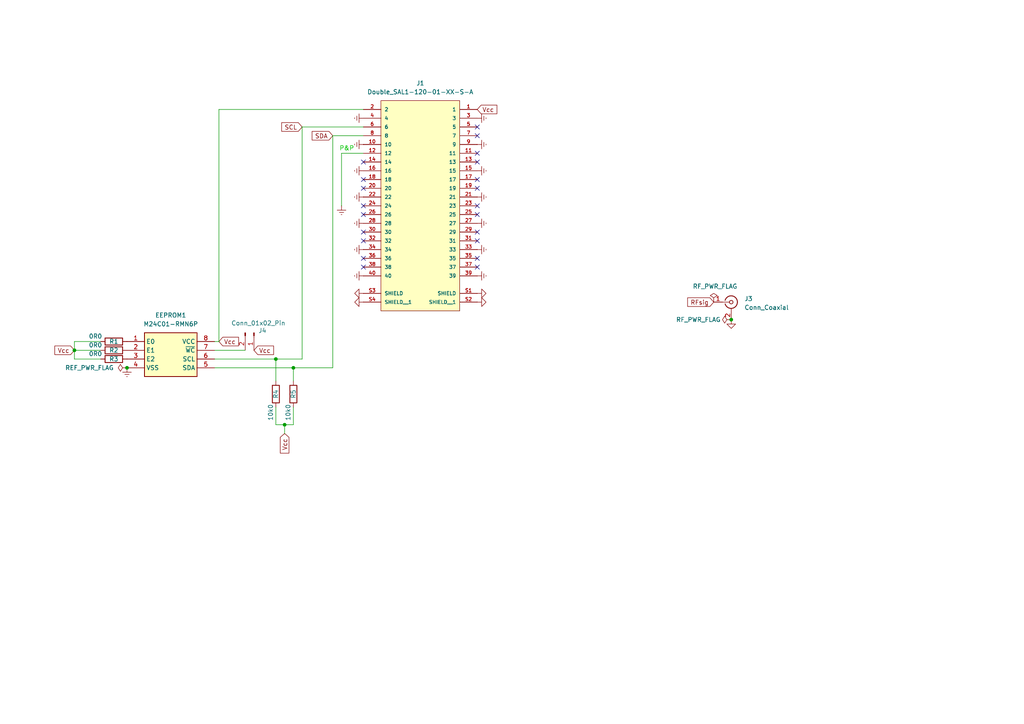
<source format=kicad_sch>
(kicad_sch (version 20250114) (generator "eeschema") (generator_version "9.0")
  (paper "A4")
  (lib_symbols
    (symbol "Connector:Conn_01x02_Pin" (pin_names (offset 1.016) (hide yes))
      (property "Reference" "J" (at 0 2.54 0))
      (property "Value" "Conn_01x02_Pin" (at 0 -5.08 0))
      (symbol "Conn_01x02_Pin_1_1"
        (rectangle (start 0.8636 0.127) (end 0 -0.127) (stroke (width 0.1524)) (fill (type outline)))
        (rectangle (start 0.8636 -2.413) (end 0 -2.667) (stroke (width 0.1524)) (fill (type outline)))
        (polyline (pts (xy 1.27 0) (xy 0.8636 0)) (stroke (width 0.1524)))
        (polyline (pts (xy 1.27 -2.54) (xy 0.8636 -2.54)) (stroke (width 0.1524)))
        (pin passive line (at 5.08 0 180) (length 3.81) (name "Pin_1") (number "1"))
        (pin passive line (at 5.08 -2.54 180) (length 3.81) (name "Pin_2") (number "2"))
      )
    )
    (symbol "Connector:Conn_Coaxial" (pin_names (offset 1.016) (hide yes))
      (property "Reference" "J" (at 0.254 3.048 0))
      (property "Value" "Conn_Coaxial" (at 2.921 0 90))
      (symbol "Conn_Coaxial_0_1"
        (polyline (pts (xy -2.54 0) (xy -0.508 0)))
        (arc (start 1.778 0) (mid 0.222 -1.8079) (end -1.778 -0.508) (stroke (width 0.254)))
        (arc (start -1.778 0.508) (mid 0.2221 1.8084) (end 1.778 0) (stroke (width 0.254)))
        (circle (center 0 0) (radius 0.508) (stroke (width 0.2032)))
        (polyline (pts (xy 0 -2.54) (xy 0 -1.778)))
      )
      (symbol "Conn_Coaxial_1_1"
        (pin passive line (at -5.08 0 0) (length 2.54) (name "In") (number "1"))
        (pin passive line (at 0 -5.08 90) (length 2.54) (name "Ext") (number "2"))
      )
    )
    (symbol "Device:R" (pin_numbers (hide yes)) (pin_names (offset 0))
      (property "Reference" "R" (at 2.032 0 90))
      (property "Value" "R" (at 0 0 90))
      (symbol "R_0_1"
        (rectangle (start -1.016 -2.54) (end 1.016 2.54) (stroke (width 0.254)))
      )
      (symbol "R_1_1"
        (pin passive line (at 0 3.81 270) (length 1.27) (name "~") (number "1"))
        (pin passive line (at 0 -3.81 90) (length 1.27) (name "~") (number "2"))
      )
    )
    (symbol "SAL1-120:Double_SAL1-120-01-XX-S-A" (pin_names (offset 1.016))
      (property "Reference" "J" (at -5.08 31.242 0))
      (property "Value" "Double_SAL1-120-01-XX-S-A" (at -15.748 -37.338 0))
      (symbol "Double_SAL1-120-01-XX-S-A_0_0"
        (rectangle (start -5.08 30.48) (end 17.78 -30.48) (stroke (width 0.1524)) (fill (type background)))
        (pin passive line (at -10.16 -25.4 0) (length 5.08) (name "SHIELD") (number "S1"))
        (pin passive line (at -10.16 -27.94 0) (length 5.08) (name "SHIELD__1") (number "S2"))
        (pin passive line (at 22.86 27.94 180) (length 5.08) (name "2") (number "2"))
        (pin passive line (at 22.86 25.4 180) (length 5.08) (name "4") (number "4"))
        (pin passive line (at 22.86 22.86 180) (length 5.08) (name "6") (number "6"))
        (pin passive line (at 22.86 20.32 180) (length 5.08) (name "8") (number "8"))
        (pin passive line (at 22.86 17.78 180) (length 5.08) (name "10") (number "10"))
        (pin passive line (at 22.86 15.24 180) (length 5.08) (name "12") (number "12"))
        (pin passive line (at 22.86 12.7 180) (length 5.08) (name "14") (number "14"))
        (pin passive line (at 22.86 10.16 180) (length 5.08) (name "16") (number "16"))
        (pin passive line (at 22.86 7.62 180) (length 5.08) (name "18") (number "18"))
        (pin passive line (at 22.86 5.08 180) (length 5.08) (name "20") (number "20"))
        (pin passive line (at 22.86 2.54 180) (length 5.08) (name "22") (number "22"))
        (pin passive line (at 22.86 0 180) (length 5.08) (name "24") (number "24"))
        (pin passive line (at 22.86 -2.54 180) (length 5.08) (name "26") (number "26"))
        (pin passive line (at 22.86 -5.08 180) (length 5.08) (name "28") (number "28"))
        (pin passive line (at 22.86 -7.62 180) (length 5.08) (name "30") (number "30"))
        (pin passive line (at 22.86 -10.16 180) (length 5.08) (name "32") (number "32"))
        (pin passive line (at 22.86 -12.7 180) (length 5.08) (name "34") (number "34"))
        (pin passive line (at 22.86 -15.24 180) (length 5.08) (name "36") (number "36"))
        (pin passive line (at 22.86 -17.78 180) (length 5.08) (name "38") (number "38"))
        (pin passive line (at 22.86 -20.32 180) (length 5.08) (name "40") (number "40"))
      )
      (symbol "Double_SAL1-120-01-XX-S-A_1_0"
        (pin passive line (at -10.16 27.94 0) (length 5.08) (name "1") (number "1"))
        (pin passive line (at -10.16 25.4 0) (length 5.08) (name "3") (number "3"))
        (pin passive line (at -10.16 22.86 0) (length 5.08) (name "5") (number "5"))
        (pin passive line (at -10.16 20.32 0) (length 5.08) (name "7") (number "7"))
        (pin passive line (at -10.16 17.78 0) (length 5.08) (name "9") (number "9"))
        (pin passive line (at -10.16 15.24 0) (length 5.08) (name "11") (number "11"))
        (pin passive line (at -10.16 12.7 0) (length 5.08) (name "13") (number "13"))
        (pin passive line (at -10.16 10.16 0) (length 5.08) (name "15") (number "15"))
        (pin passive line (at -10.16 7.62 0) (length 5.08) (name "17") (number "17"))
        (pin passive line (at -10.16 5.08 0) (length 5.08) (name "19") (number "19"))
        (pin passive line (at -10.16 2.54 0) (length 5.08) (name "21") (number "21"))
        (pin passive line (at -10.16 0 0) (length 5.08) (name "23") (number "23"))
        (pin passive line (at -10.16 -2.54 0) (length 5.08) (name "25") (number "25"))
        (pin passive line (at -10.16 -5.08 0) (length 5.08) (name "27") (number "27"))
        (pin passive line (at -10.16 -7.62 0) (length 5.08) (name "29") (number "29"))
        (pin passive line (at -10.16 -10.16 0) (length 5.08) (name "31") (number "31"))
        (pin passive line (at -10.16 -12.7 0) (length 5.08) (name "33") (number "33"))
        (pin passive line (at -10.16 -15.24 0) (length 5.08) (name "35") (number "35"))
        (pin passive line (at -10.16 -17.78 0) (length 5.08) (name "37") (number "37"))
        (pin passive line (at -10.16 -20.32 0) (length 5.08) (name "39") (number "39"))
        (pin passive line (at 22.86 -25.4 180) (length 5.08) (name "SHIELD") (number "S3"))
        (pin passive line (at 22.86 -27.94 180) (length 5.08) (name "SHIELD__1") (number "S4"))
      )
    )
    (symbol "SOIC-8_EEPROM:M24C01-RMN6P"
      (property "Reference" "IC" (at 21.59 7.62 0))
      (property "Value" "M24C01-RMN6P" (at 21.59 5.08 0))
      (symbol "M24C01-RMN6P_1_1"
        (rectangle (start 5.08 2.54) (end 20.32 -10.16) (stroke (width 0.254)) (fill (type background)))
        (pin passive line (at 0 0 0) (length 5.08) (name "E0") (number "1"))
        (pin passive line (at 0 -2.54 0) (length 5.08) (name "E1") (number "2"))
        (pin passive line (at 0 -5.08 0) (length 5.08) (name "E2") (number "3"))
        (pin passive line (at 0 -7.62 0) (length 5.08) (name "VSS") (number "4"))
        (pin passive line (at 25.4 0 180) (length 5.08) (name "VCC") (number "8"))
        (pin passive line (at 25.4 -2.54 180) (length 5.08) (name "~{WC}") (number "7"))
        (pin passive line (at 25.4 -5.08 180) (length 5.08) (name "SCL") (number "6"))
        (pin passive line (at 25.4 -7.62 180) (length 5.08) (name "SDA") (number "5"))
      )
    )
    (symbol "power:GND" (power) (pin_numbers (hide yes)) (pin_names (offset 0) (hide yes))
      (property "Value" "GND" (at 0 -3.81 0))
      (symbol "GND_0_1"
        (polyline (pts (xy 0 0) (xy 0 -1.27) (xy 1.27 -1.27) (xy 0 -2.54) (xy -1.27 -1.27) (xy 0 -1.27)))
      )
      (symbol "GND_1_1"
        (pin power_in line (at 0 0 270) (length 0) (name "~") (number "1"))
      )
    )
    (symbol "power:GNDREF" (power) (pin_numbers (hide yes)) (pin_names (offset 0) (hide yes))
      (property "Value" "GNDREF" (at 0 -3.81 0))
      (symbol "GNDREF_0_1"
        (polyline (pts (xy -0.635 -1.905) (xy 0.635 -1.905)))
        (polyline (pts (xy -0.127 -2.54) (xy 0.127 -2.54)))
        (polyline (pts (xy 0 -1.27) (xy 0 0)))
        (polyline (pts (xy 1.27 -1.27) (xy -1.27 -1.27)))
      )
      (symbol "GNDREF_1_1"
        (pin power_in line (at 0 0 270) (length 0) (name "~") (number "1"))
      )
    )
    (symbol "power:PWR_FLAG" (power) (pin_numbers (hide yes)) (pin_names (offset 0) (hide yes))
      (property "Value" "PWR_FLAG" (at 0 3.81 0))
      (symbol "PWR_FLAG_0_0"
        (pin power_out line (at 0 0 90) (length 0) (name "~") (number "1"))
      )
      (symbol "PWR_FLAG_0_1"
        (polyline (pts (xy 0 0) (xy 0 1.27) (xy -1.016 1.905) (xy 0 2.54) (xy 1.016 1.905) (xy 0 1.27)))
      )
    )
  )
  (text "P&P" (at 100.584 43.18 0) (effects (font (size 1.27 1.27))))
  (junction (at 82.55 123.19))
  (junction (at 85.09 106.68))
  (junction (at 212.09 92.71))
  (junction (at 80.01 104.14))
  (junction (at 36.83 106.68))
  (junction (at 21.59 101.6))
  (no_connect (at 138.43 62.23))
  (no_connect (at 138.43 69.85))
  (no_connect (at 105.41 59.69))
  (no_connect (at 138.43 74.93))
  (no_connect (at 105.41 77.47))
  (no_connect (at 105.41 54.61))
  (no_connect (at 138.43 54.61))
  (no_connect (at 138.43 39.37))
  (no_connect (at 105.41 67.31))
  (no_connect (at 138.43 77.47))
  (no_connect (at 138.43 46.99))
  (no_connect (at 138.43 59.69))
  (no_connect (at 138.43 67.31))
  (no_connect (at 138.43 52.07))
  (no_connect (at 105.41 52.07))
  (no_connect (at 105.41 62.23))
  (no_connect (at 105.41 46.99))
  (no_connect (at 105.41 69.85))
  (no_connect (at 105.41 74.93))
  (no_connect (at 138.43 44.45))
  (no_connect (at 138.43 36.83))
  (wire (pts (xy 99.06 44.45) (xy 105.41 44.45)))
  (wire (pts (xy 80.01 110.49) (xy 80.01 104.14)))
  (wire (pts (xy 96.52 39.37) (xy 105.41 39.37)))
  (wire (pts (xy 63.5 99.06) (xy 62.23 99.06)))
  (wire (pts (xy 87.63 36.83) (xy 105.41 36.83)))
  (wire (pts (xy 85.09 106.68) (xy 62.23 106.68)))
  (wire (pts (xy 82.55 125.73) (xy 82.55 123.19)))
  (wire (pts (xy 80.01 104.14) (xy 87.63 104.14)))
  (wire (pts (xy 63.5 31.75) (xy 105.41 31.75)))
  (wire (pts (xy 82.55 123.19) (xy 80.01 123.19)))
  (wire (pts (xy 80.01 123.19) (xy 80.01 118.11)))
  (wire (pts (xy 29.21 99.06) (xy 21.59 99.06)))
  (wire (pts (xy 82.55 123.19) (xy 85.09 123.19)))
  (wire (pts (xy 62.23 101.6) (xy 71.12 101.6)))
  (wire (pts (xy 21.59 101.6) (xy 29.21 101.6)))
  (wire (pts (xy 96.52 39.37) (xy 96.52 106.68)))
  (wire (pts (xy 21.59 99.06) (xy 21.59 101.6)))
  (wire (pts (xy 85.09 118.11) (xy 85.09 123.19)))
  (wire (pts (xy 63.5 31.75) (xy 63.5 99.06)))
  (wire (pts (xy 96.52 106.68) (xy 85.09 106.68)))
  (wire (pts (xy 62.23 104.14) (xy 80.01 104.14)))
  (wire (pts (xy 87.63 36.83) (xy 87.63 104.14)))
  (wire (pts (xy 99.06 44.45) (xy 99.06 59.69)))
  (wire (pts (xy 85.09 106.68) (xy 85.09 110.49)))
  (wire (pts (xy 29.21 104.14) (xy 21.59 104.14)))
  (wire (pts (xy 21.59 104.14) (xy 21.59 101.6)))
  (global_label "SCL" (shape input) (at 87.63 36.83 180) (property "Intersheetrefs" "${INTERSHEET_REFS}" (effects (hide yes))))
  (global_label "Vcc" (shape input) (at 63.5 99.06 0) (property "Intersheetrefs" "${INTERSHEET_REFS}" (effects (hide yes))))
  (global_label "Vcc" (shape input) (at 73.66 101.6 0) (property "Intersheetrefs" "${INTERSHEET_REFS}" (effects (hide yes))))
  (global_label "SDA" (shape input) (at 96.52 39.37 180) (property "Intersheetrefs" "${INTERSHEET_REFS}" (effects (hide yes))))
  (global_label "Vcc" (shape input) (at 138.43 31.75 0) (property "Intersheetrefs" "${INTERSHEET_REFS}" (effects (hide yes))))
  (global_label "Vcc" (shape input) (at 82.55 125.73 270) (property "Intersheetrefs" "${INTERSHEET_REFS}" (effects (hide yes))))
  (global_label "RFsig" (shape input) (at 207.01 87.63 180) (property "Intersheetrefs" "${INTERSHEET_REFS}" (effects (hide yes))))
  (global_label "Vcc" (shape input) (at 21.59 101.6 180) (property "Intersheetrefs" "${INTERSHEET_REFS}" (effects (hide yes))))
  (symbol (lib_id "Connector:Conn_Coaxial") (at 212.09 87.63 0) (unit 1)
    (property "Reference" "J3" (at 215.9 86.6531 0) (effects (justify left)))
    (property "Value" "Conn_Coaxial" (at 215.9 89.1931 0) (effects (justify left)))
    (property "Footprint" "customLibrary:maleBNCPanel" (effects (hide yes)))
    (property "Description" "coaxial connector (BNC, SMA, SMB, SMC, Cinch/RCA, LEMO, ...)" (effects (hide yes)))
  )
  (symbol (lib_id "Connector:Conn_01x02_Pin") (at 73.66 96.52 270) (unit 1)
    (property "Reference" "J4" (at 74.93 95.8849 90) (effects (justify left)))
    (property "Value" "Conn_01x02_Pin" (at 67.056 93.726 90) (effects (justify left)))
    (property "Footprint" "Connector_PinHeader_2.54mm:PinHeader_1x02_P2.54mm_Vertical" (effects (hide yes)))
    (property "Description" "Generic connector, single row, 01x02, script generated" (effects (hide yes)))
  )
  (symbol (lib_id "power:GND") (at 105.41 87.63 270) (unit 1)
    (property "Reference" "#PWR07" (effects (hide yes)))
    (property "Value" "GNDRF" (effects (hide yes)))
    (property "Description" "Power symbol creates a global label with name \"GND\" , ground" (effects (hide yes)))
  )
  (symbol (lib_id "power:GNDREF") (at 105.41 57.15 270) (unit 1)
    (property "Reference" "#PWR010" (effects (hide yes)))
    (property "Value" "GNDREF" (effects (hide yes)))
    (property "Description" "Power symbol creates a global label with name \"GNDREF\" , reference supply ground" (effects (hide yes)))
  )
  (symbol (lib_id "power:GNDREF") (at 105.41 34.29 270) (unit 1)
    (property "Reference" "#PWR03" (effects (hide yes)))
    (property "Value" "GNDREF" (effects (hide yes)))
    (property "Description" "Power symbol creates a global label with name \"GNDREF\" , reference supply ground" (effects (hide yes)))
  )
  (symbol (lib_id "SAL1-120:Double_SAL1-120-01-XX-S-A") (at 128.27 59.69 0) (mirror y) (unit 1)
    (property "Reference" "J1" (at 121.92 24.13 0))
    (property "Value" "Double_SAL1-120-01-XX-S-A" (at 121.92 26.67 0))
    (property "Footprint" "ProjectModels:Double_SAMTEC_SAL1-120-01-XX-S-A" (effects (hide yes)))
    (property "Datasheet" "https://www.mouser.it/datasheet/3/85/1/sal1.pdf" (effects (hide yes)))
    (property "Manufacturer" "Samtec" (effects (hide yes)))
    (property "Manufacturer Part Number" " SAL1-120-01-S-S-A-TR " (effects (hide yes)))
    (property "Mouser Part Number" " 200-SAL112001SSATR " (effects (hide yes)))
    (property "Mouser Price/Stock" "https://www.mouser.it/ProductDetail/Samtec/SAL1-120-01-S-S-A-TR?qs=sGAEpiMZZMvlX3nhDDO4AE5PKXAQeC6NvDHvkGHHjQk%3D" (effects (hide yes)))
  )
  (symbol (lib_id "power:GNDREF") (at 105.41 72.39 270) (unit 1)
    (property "Reference" "#PWR012" (effects (hide yes)))
    (property "Value" "GNDREF" (effects (hide yes)))
    (property "Description" "Power symbol creates a global label with name \"GNDREF\" , reference supply ground" (effects (hide yes)))
  )
  (symbol (lib_id "power:GNDREF") (at 138.43 41.91 90) (unit 1)
    (property "Reference" "#PWR016" (effects (hide yes)))
    (property "Value" "GNDREF" (effects (hide yes)))
    (property "Description" "Power symbol creates a global label with name \"GNDREF\" , reference supply ground" (effects (hide yes)))
  )
  (symbol (lib_id "Device:R") (at 33.02 104.14 270) (unit 1)
    (property "Reference" "R3" (at 33.02 104.14 90))
    (property "Value" "0R0" (at 27.686 102.616 90))
    (property "Footprint" "Resistor_SMD:R_0805_2012Metric_Pad1.20x1.40mm_HandSolder" (effects (hide yes)))
    (property "Datasheet" "https://www.vishay.com/doc?20037" (effects (hide yes)))
    (property "Description" "Resistor" (effects (hide yes)))
    (property "Mouser Price/Stock" "https://www.mouser.it/ProductDetail/Vishay-Draloric/RCA08050000ZSEC?qs=u16ybLDytRYYGnHWcGT4XQ%3D%3D" (effects (hide yes)))
    (property "Mouser Part Number" " 594-RCA08050000ZSEC " (effects (hide yes)))
    (property "Manufactuer Part Number" "RCA08050000ZSEC " (effects (hide yes)))
    (property "Manufacturer" "Vishay / Draloric " (effects (hide yes)))
    (property "Case" "0805" (effects (hide yes)))
  )
  (symbol (lib_id "power:GNDREF") (at 105.41 49.53 270) (unit 1)
    (property "Reference" "#PWR09" (effects (hide yes)))
    (property "Value" "GNDREF" (effects (hide yes)))
    (property "Description" "Power symbol creates a global label with name \"GNDREF\" , reference supply ground" (effects (hide yes)))
  )
  (symbol (lib_id "power:GND") (at 138.43 85.09 90) (unit 1)
    (property "Reference" "#PWR04" (effects (hide yes)))
    (property "Value" "GNDRF" (effects (hide yes)))
    (property "Description" "Power symbol creates a global label with name \"GND\" , ground" (effects (hide yes)))
  )
  (symbol (lib_id "power:GNDREF") (at 105.41 41.91 270) (unit 1)
    (property "Reference" "#PWR08" (effects (hide yes)))
    (property "Value" "GNDREF" (effects (hide yes)))
    (property "Description" "Power symbol creates a global label with name \"GNDREF\" , reference supply ground" (effects (hide yes)))
  )
  (symbol (lib_id "power:GND") (at 212.09 92.71 0) (unit 1)
    (property "Reference" "#PWR01" (effects (hide yes)))
    (property "Value" "GNDRF" (effects (hide yes)))
    (property "Description" "Power symbol creates a global label with name \"GND\" , ground" (effects (hide yes)))
  )
  (symbol (lib_id "power:GNDREF") (at 138.43 80.01 90) (unit 1)
    (property "Reference" "#PWR021" (effects (hide yes)))
    (property "Value" "GNDREF" (effects (hide yes)))
    (property "Description" "Power symbol creates a global label with name \"GNDREF\" , reference supply ground" (effects (hide yes)))
  )
  (symbol (lib_id "Device:R") (at 33.02 101.6 270) (unit 1)
    (property "Reference" "R2" (at 33.02 101.6 90))
    (property "Value" "0R0" (at 27.686 100.076 90))
    (property "Footprint" "Resistor_SMD:R_0805_2012Metric_Pad1.20x1.40mm_HandSolder" (effects (hide yes)))
    (property "Datasheet" "https://www.vishay.com/doc?20037" (effects (hide yes)))
    (property "Description" "Resistor" (effects (hide yes)))
    (property "Mouser Price/Stock" "https://www.mouser.it/ProductDetail/Vishay-Draloric/RCA08050000ZSEC?qs=u16ybLDytRYYGnHWcGT4XQ%3D%3D" (effects (hide yes)))
    (property "Mouser Part Number" " 594-RCA08050000ZSEC " (effects (hide yes)))
    (property "Manufactuer Part Number" "RCA08050000ZSEC " (effects (hide yes)))
    (property "Case" "0805" (effects (hide yes)))
    (property "Manufacturer" "Vishay / Draloric " (effects (hide yes)))
  )
  (symbol (lib_id "Device:R") (at 85.09 114.3 0) (unit 1)
    (property "Reference" "R5" (at 85.09 114.3 90))
    (property "Value" "10k0" (at 83.566 119.634 90))
    (property "Footprint" "Resistor_SMD:R_0805_2012Metric_Pad1.20x1.40mm_HandSolder" (effects (hide yes)))
    (property "Datasheet" "https://www.vishay.com/doc?20037" (effects (hide yes)))
    (property "Description" "Resistor" (effects (hide yes)))
    (property "Mouser Price/Stock" "https://www.mouser.it/ProductDetail/Vishay-Draloric/RCA080510K0FKEA?qs=THon1dIIv6EqmGqIdhquJg%3D%3D" (effects (hide yes)))
    (property "Mouser Part Number" " 71-RCA080510K0FKEA " (effects (hide yes)))
    (property "Manufactuer Part Number" "RCA080RCA080510K0FKEA 50000ZSEC " (effects (hide yes)))
    (property "Manufacturer" "Vishay / Draloric " (effects (hide yes)))
    (property "Case" "0805" (effects (hide yes)))
  )
  (symbol (lib_id "Device:R") (at 80.01 114.3 0) (unit 1)
    (property "Reference" "R4" (at 80.01 114.3 90))
    (property "Value" "10k0" (at 78.486 119.634 90))
    (property "Footprint" "Resistor_SMD:R_0805_2012Metric_Pad1.20x1.40mm_HandSolder" (effects (hide yes)))
    (property "Datasheet" "https://www.vishay.com/doc?20037" (effects (hide yes)))
    (property "Description" "Resistor" (effects (hide yes)))
    (property "Mouser Price/Stock" "https://www.mouser.it/ProductDetail/Vishay-Draloric/RCA080510K0FKEA?qs=THon1dIIv6EqmGqIdhquJg%3D%3D" (effects (hide yes)))
    (property "Mouser Part Number" " 71-RCA080510K0FKEA " (effects (hide yes)))
    (property "Manufactuer Part Number" "RCA080RCA080510K0FKEA 50000ZSEC " (effects (hide yes)))
    (property "Manufacturer" "Vishay / Draloric " (effects (hide yes)))
    (property "Case" "0805" (effects (hide yes)))
  )
  (symbol (lib_id "power:GNDREF") (at 36.83 106.68 0) (unit 1)
    (property "Reference" "#PWR02" (effects (hide yes)))
    (property "Value" "GNDREF" (effects (hide yes)))
    (property "Description" "Power symbol creates a global label with name \"GNDREF\" , reference supply ground" (effects (hide yes)))
  )
  (symbol (lib_id "power:GNDREF") (at 105.41 64.77 270) (unit 1)
    (property "Reference" "#PWR011" (effects (hide yes)))
    (property "Value" "GNDREF" (effects (hide yes)))
    (property "Description" "Power symbol creates a global label with name \"GNDREF\" , reference supply ground" (effects (hide yes)))
  )
  (symbol (lib_id "power:GNDREF") (at 138.43 64.77 90) (unit 1)
    (property "Reference" "#PWR019" (effects (hide yes)))
    (property "Value" "GNDREF" (effects (hide yes)))
    (property "Description" "Power symbol creates a global label with name \"GNDREF\" , reference supply ground" (effects (hide yes)))
  )
  (symbol (lib_id "power:GNDREF") (at 138.43 49.53 90) (unit 1)
    (property "Reference" "#PWR017" (effects (hide yes)))
    (property "Value" "GNDREF" (effects (hide yes)))
    (property "Description" "Power symbol creates a global label with name \"GNDREF\" , reference supply ground" (effects (hide yes)))
  )
  (symbol (lib_id "power:GND") (at 138.43 87.63 90) (unit 1)
    (property "Reference" "#PWR05" (effects (hide yes)))
    (property "Value" "GNDRF" (effects (hide yes)))
    (property "Description" "Power symbol creates a global label with name \"GND\" , ground" (effects (hide yes)))
  )
  (symbol (lib_id "power:GNDREF") (at 138.43 72.39 90) (unit 1)
    (property "Reference" "#PWR020" (effects (hide yes)))
    (property "Value" "GNDREF" (effects (hide yes)))
    (property "Description" "Power symbol creates a global label with name \"GNDREF\" , reference supply ground" (effects (hide yes)))
  )
  (symbol (lib_id "power:GNDREF") (at 105.41 80.01 270) (unit 1)
    (property "Reference" "#PWR013" (effects (hide yes)))
    (property "Value" "GNDREF" (effects (hide yes)))
    (property "Description" "Power symbol creates a global label with name \"GNDREF\" , reference supply ground" (effects (hide yes)))
  )
  (symbol (lib_id "power:PWR_FLAG") (at 36.83 106.68 90) (unit 1)
    (property "Reference" "#FLG02" (effects (hide yes)))
    (property "Value" "REF_PWR_FLAG" (at 33.02 106.6799 90) (effects (justify left)))
    (property "Description" "Special symbol for telling ERC where power comes from" (effects (hide yes)))
  )
  (symbol (lib_id "power:GNDREF") (at 138.43 34.29 90) (unit 1)
    (property "Reference" "#PWR015" (effects (hide yes)))
    (property "Value" "GNDREF" (effects (hide yes)))
    (property "Description" "Power symbol creates a global label with name \"GNDREF\" , reference supply ground" (effects (hide yes)))
  )
  (symbol (lib_id "power:GNDREF") (at 99.06 59.69 0) (unit 1)
    (property "Reference" "#PWR022" (effects (hide yes)))
    (property "Value" "GNDREF" (effects (hide yes)))
    (property "Description" "Power symbol creates a global label with name \"GNDREF\" , reference supply ground" (effects (hide yes)))
  )
  (symbol (lib_id "power:GND") (at 105.41 85.09 270) (unit 1)
    (property "Reference" "#PWR06" (effects (hide yes)))
    (property "Value" "GNDRF" (effects (hide yes)))
    (property "Description" "Power symbol creates a global label with name \"GND\" , ground" (effects (hide yes)))
  )
  (symbol (lib_id "power:PWR_FLAG") (at 212.09 92.71 90) (unit 1)
    (property "Reference" "#FLG03" (effects (hide yes)))
    (property "Value" "RF_PWR_FLAG" (at 209.042 92.71 90) (effects (justify left)))
    (property "Description" "Special symbol for telling ERC where power comes from" (effects (hide yes)))
  )
  (symbol (lib_id "SOIC-8_EEPROM:M24C01-RMN6P") (at 36.83 99.06 0) (unit 1)
    (property "Reference" "EEPROM1" (at 49.53 91.44 0))
    (property "Value" "M24C01-RMN6P" (at 49.53 93.98 0))
    (property "Footprint" "ProjectModels:SOIC8" (effects (hide yes)))
    (property "Datasheet" "https://www.st.com/resource/en/datasheet/m24c01-r.pdf" (effects (hide yes)))
    (property "Description" "1 Kbit serial I2C bus EEPROM" (effects (hide yes)))
    (property "Height" "1.75" (effects (hide yes)))
    (property "Mouser Part Number" "511-M24C01-RMN6P" (effects (hide yes)))
    (property "Mouser Price/Stock" "https://www.mouser.co.uk/ProductDetail/STMicroelectronics/M24C01-RMN6P?qs=DEIWxvUoIVxhjPL96PebsQ%3D%3D" (effects (hide yes)))
    (property "Manufacturer" "STMicroelectronics" (effects (hide yes)))
    (property "Manufacturer Part Number" "M24C01-RMN6P" (effects (hide yes)))
  )
  (symbol (lib_id "power:PWR_FLAG") (at 207.01 87.63 0) (unit 1)
    (property "Reference" "#FLG01" (effects (hide yes)))
    (property "Value" "RF_PWR_FLAG" (at 200.914 83.058 0) (effects (justify left)))
    (property "Description" "Special symbol for telling ERC where power comes from" (effects (hide yes)))
  )
  (symbol (lib_id "power:GNDREF") (at 138.43 57.15 90) (unit 1)
    (property "Reference" "#PWR018" (effects (hide yes)))
    (property "Value" "GNDREF" (effects (hide yes)))
    (property "Description" "Power symbol creates a global label with name \"GNDREF\" , reference supply ground" (effects (hide yes)))
  )
  (symbol (lib_id "Device:R") (at 33.02 99.06 270) (unit 1)
    (property "Reference" "R1" (at 33.02 99.06 90))
    (property "Value" "0R0" (at 27.686 97.536 90))
    (property "Footprint" "Resistor_SMD:R_0805_2012Metric_Pad1.20x1.40mm_HandSolder" (effects (hide yes)))
    (property "Datasheet" "https://www.vishay.com/doc?20037" (effects (hide yes)))
    (property "Description" "Resistor" (effects (hide yes)))
    (property "Mouser Price/Stock" "https://www.mouser.it/ProductDetail/Vishay-Draloric/RCA08050000ZSEC?qs=u16ybLDytRYYGnHWcGT4XQ%3D%3D" (effects (hide yes)))
    (property "Mouser Part Number" " 594-RCA08050000ZSEC " (effects (hide yes)))
    (property "Manufactuer Part Number" "RCA08050000ZSEC " (effects (hide yes)))
    (property "Manufacturer" "Vishay / Draloric " (effects (hide yes)))
    (property "Case" "0805" (effects (hide yes)))
  )
)
</source>
